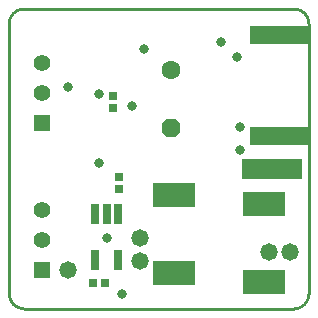
<source format=gbs>
G04 Layer_Color=16711935*
%FSLAX44Y44*%
%MOMM*%
G71*
G01*
G75*
%ADD29C,0.2540*%
%ADD42R,5.2032X1.6762*%
%ADD45R,0.7032X0.8032*%
%ADD48R,5.2032X1.6032*%
%ADD51R,0.8032X0.7032*%
%ADD58P,1.7353X8X112.5*%
%ADD59C,1.6032*%
%ADD60R,1.4032X1.4032*%
%ADD61C,1.4032*%
%ADD62C,0.8032*%
%ADD63C,1.4732*%
%ADD64R,3.6032X2.0032*%
%ADD65R,0.7032X1.6762*%
D29*
X12700Y254000D02*
G03*
X0Y241300I0J-12700D01*
G01*
X254000D02*
G03*
X241300Y254000I-12700J0D01*
G01*
Y0D02*
G03*
X254000Y12700I0J12700D01*
G01*
X0D02*
G03*
X12700Y0I12700J0D01*
G01*
X0Y130810D02*
Y241300D01*
X12700Y254000D02*
X241300D01*
X254000Y12700D02*
Y241300D01*
X12700Y0D02*
X241300D01*
X0Y12700D02*
Y132080D01*
D42*
X222250Y118110D02*
D03*
D45*
X92710Y101680D02*
D03*
Y111680D02*
D03*
X87630Y180260D02*
D03*
Y170260D02*
D03*
D48*
X229000Y231730D02*
D03*
Y146730D02*
D03*
D51*
X81200Y21590D02*
D03*
X71200D02*
D03*
D58*
X137160Y153400D02*
D03*
D59*
Y202200D02*
D03*
D60*
X27940Y157480D02*
D03*
Y33020D02*
D03*
D61*
Y182880D02*
D03*
Y208280D02*
D03*
Y58420D02*
D03*
Y83820D02*
D03*
D62*
X193040Y213360D02*
D03*
X76200Y123190D02*
D03*
X114300Y219710D02*
D03*
X195580Y153670D02*
D03*
X49530Y187960D02*
D03*
X82550Y59690D02*
D03*
X95250Y12700D02*
D03*
X104140Y171450D02*
D03*
X179070Y226060D02*
D03*
X195580Y134620D02*
D03*
X76200Y181610D02*
D03*
D63*
X237490Y48260D02*
D03*
X219710D02*
D03*
X110490Y40640D02*
D03*
Y59690D02*
D03*
X49530Y33020D02*
D03*
D64*
X215900Y22880D02*
D03*
Y88880D02*
D03*
X139700Y96480D02*
D03*
Y30480D02*
D03*
D65*
X92050Y41010D02*
D03*
X73050D02*
D03*
X92050Y80010D02*
D03*
X82550Y80010D02*
D03*
X73050Y80010D02*
D03*
M02*

</source>
